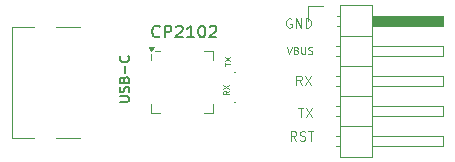
<source format=gbr>
%TF.GenerationSoftware,KiCad,Pcbnew,9.0.2-9.0.2-0~ubuntu22.04.1*%
%TF.CreationDate,2025-06-23T11:59:03+05:30*%
%TF.ProjectId,CP2102,43503231-3032-42e6-9b69-6361645f7063,rev?*%
%TF.SameCoordinates,Original*%
%TF.FileFunction,Legend,Top*%
%TF.FilePolarity,Positive*%
%FSLAX46Y46*%
G04 Gerber Fmt 4.6, Leading zero omitted, Abs format (unit mm)*
G04 Created by KiCad (PCBNEW 9.0.2-9.0.2-0~ubuntu22.04.1) date 2025-06-23 11:59:03*
%MOMM*%
%LPD*%
G01*
G04 APERTURE LIST*
%ADD10C,0.100000*%
%ADD11C,0.200000*%
%ADD12C,0.160000*%
%ADD13C,0.120000*%
G04 APERTURE END LIST*
D10*
X134650000Y-34100000D02*
X134650000Y-46650008D01*
D11*
X116641101Y-36621980D02*
X116593482Y-36669600D01*
X116593482Y-36669600D02*
X116450625Y-36717219D01*
X116450625Y-36717219D02*
X116355387Y-36717219D01*
X116355387Y-36717219D02*
X116212530Y-36669600D01*
X116212530Y-36669600D02*
X116117292Y-36574361D01*
X116117292Y-36574361D02*
X116069673Y-36479123D01*
X116069673Y-36479123D02*
X116022054Y-36288647D01*
X116022054Y-36288647D02*
X116022054Y-36145790D01*
X116022054Y-36145790D02*
X116069673Y-35955314D01*
X116069673Y-35955314D02*
X116117292Y-35860076D01*
X116117292Y-35860076D02*
X116212530Y-35764838D01*
X116212530Y-35764838D02*
X116355387Y-35717219D01*
X116355387Y-35717219D02*
X116450625Y-35717219D01*
X116450625Y-35717219D02*
X116593482Y-35764838D01*
X116593482Y-35764838D02*
X116641101Y-35812457D01*
X117069673Y-36717219D02*
X117069673Y-35717219D01*
X117069673Y-35717219D02*
X117450625Y-35717219D01*
X117450625Y-35717219D02*
X117545863Y-35764838D01*
X117545863Y-35764838D02*
X117593482Y-35812457D01*
X117593482Y-35812457D02*
X117641101Y-35907695D01*
X117641101Y-35907695D02*
X117641101Y-36050552D01*
X117641101Y-36050552D02*
X117593482Y-36145790D01*
X117593482Y-36145790D02*
X117545863Y-36193409D01*
X117545863Y-36193409D02*
X117450625Y-36241028D01*
X117450625Y-36241028D02*
X117069673Y-36241028D01*
X118022054Y-35812457D02*
X118069673Y-35764838D01*
X118069673Y-35764838D02*
X118164911Y-35717219D01*
X118164911Y-35717219D02*
X118403006Y-35717219D01*
X118403006Y-35717219D02*
X118498244Y-35764838D01*
X118498244Y-35764838D02*
X118545863Y-35812457D01*
X118545863Y-35812457D02*
X118593482Y-35907695D01*
X118593482Y-35907695D02*
X118593482Y-36002933D01*
X118593482Y-36002933D02*
X118545863Y-36145790D01*
X118545863Y-36145790D02*
X117974435Y-36717219D01*
X117974435Y-36717219D02*
X118593482Y-36717219D01*
X119545863Y-36717219D02*
X118974435Y-36717219D01*
X119260149Y-36717219D02*
X119260149Y-35717219D01*
X119260149Y-35717219D02*
X119164911Y-35860076D01*
X119164911Y-35860076D02*
X119069673Y-35955314D01*
X119069673Y-35955314D02*
X118974435Y-36002933D01*
X120164911Y-35717219D02*
X120260149Y-35717219D01*
X120260149Y-35717219D02*
X120355387Y-35764838D01*
X120355387Y-35764838D02*
X120403006Y-35812457D01*
X120403006Y-35812457D02*
X120450625Y-35907695D01*
X120450625Y-35907695D02*
X120498244Y-36098171D01*
X120498244Y-36098171D02*
X120498244Y-36336266D01*
X120498244Y-36336266D02*
X120450625Y-36526742D01*
X120450625Y-36526742D02*
X120403006Y-36621980D01*
X120403006Y-36621980D02*
X120355387Y-36669600D01*
X120355387Y-36669600D02*
X120260149Y-36717219D01*
X120260149Y-36717219D02*
X120164911Y-36717219D01*
X120164911Y-36717219D02*
X120069673Y-36669600D01*
X120069673Y-36669600D02*
X120022054Y-36621980D01*
X120022054Y-36621980D02*
X119974435Y-36526742D01*
X119974435Y-36526742D02*
X119926816Y-36336266D01*
X119926816Y-36336266D02*
X119926816Y-36098171D01*
X119926816Y-36098171D02*
X119974435Y-35907695D01*
X119974435Y-35907695D02*
X120022054Y-35812457D01*
X120022054Y-35812457D02*
X120069673Y-35764838D01*
X120069673Y-35764838D02*
X120164911Y-35717219D01*
X120879197Y-35812457D02*
X120926816Y-35764838D01*
X120926816Y-35764838D02*
X121022054Y-35717219D01*
X121022054Y-35717219D02*
X121260149Y-35717219D01*
X121260149Y-35717219D02*
X121355387Y-35764838D01*
X121355387Y-35764838D02*
X121403006Y-35812457D01*
X121403006Y-35812457D02*
X121450625Y-35907695D01*
X121450625Y-35907695D02*
X121450625Y-36002933D01*
X121450625Y-36002933D02*
X121403006Y-36145790D01*
X121403006Y-36145790D02*
X120831578Y-36717219D01*
X120831578Y-36717219D02*
X121450625Y-36717219D01*
D10*
X128213408Y-45446895D02*
X127946741Y-45065942D01*
X127756265Y-45446895D02*
X127756265Y-44646895D01*
X127756265Y-44646895D02*
X128061027Y-44646895D01*
X128061027Y-44646895D02*
X128137217Y-44684990D01*
X128137217Y-44684990D02*
X128175312Y-44723085D01*
X128175312Y-44723085D02*
X128213408Y-44799276D01*
X128213408Y-44799276D02*
X128213408Y-44913561D01*
X128213408Y-44913561D02*
X128175312Y-44989752D01*
X128175312Y-44989752D02*
X128137217Y-45027847D01*
X128137217Y-45027847D02*
X128061027Y-45065942D01*
X128061027Y-45065942D02*
X127756265Y-45065942D01*
X128518169Y-45408800D02*
X128632455Y-45446895D01*
X128632455Y-45446895D02*
X128822931Y-45446895D01*
X128822931Y-45446895D02*
X128899122Y-45408800D01*
X128899122Y-45408800D02*
X128937217Y-45370704D01*
X128937217Y-45370704D02*
X128975312Y-45294514D01*
X128975312Y-45294514D02*
X128975312Y-45218323D01*
X128975312Y-45218323D02*
X128937217Y-45142133D01*
X128937217Y-45142133D02*
X128899122Y-45104038D01*
X128899122Y-45104038D02*
X128822931Y-45065942D01*
X128822931Y-45065942D02*
X128670550Y-45027847D01*
X128670550Y-45027847D02*
X128594360Y-44989752D01*
X128594360Y-44989752D02*
X128556265Y-44951657D01*
X128556265Y-44951657D02*
X128518169Y-44875466D01*
X128518169Y-44875466D02*
X128518169Y-44799276D01*
X128518169Y-44799276D02*
X128556265Y-44723085D01*
X128556265Y-44723085D02*
X128594360Y-44684990D01*
X128594360Y-44684990D02*
X128670550Y-44646895D01*
X128670550Y-44646895D02*
X128861027Y-44646895D01*
X128861027Y-44646895D02*
X128975312Y-44684990D01*
X129203884Y-44646895D02*
X129661027Y-44646895D01*
X129432455Y-45446895D02*
X129432455Y-44646895D01*
X128341979Y-42696895D02*
X128799122Y-42696895D01*
X128570550Y-43496895D02*
X128570550Y-42696895D01*
X128989598Y-42696895D02*
X129522932Y-43496895D01*
X129522932Y-42696895D02*
X128989598Y-43496895D01*
X122133609Y-39136591D02*
X122133609Y-38850877D01*
X122633609Y-38993734D02*
X122133609Y-38993734D01*
X122133609Y-38731830D02*
X122633609Y-38398497D01*
X122133609Y-38398497D02*
X122633609Y-38731830D01*
X128663408Y-40746895D02*
X128396741Y-40365942D01*
X128206265Y-40746895D02*
X128206265Y-39946895D01*
X128206265Y-39946895D02*
X128511027Y-39946895D01*
X128511027Y-39946895D02*
X128587217Y-39984990D01*
X128587217Y-39984990D02*
X128625312Y-40023085D01*
X128625312Y-40023085D02*
X128663408Y-40099276D01*
X128663408Y-40099276D02*
X128663408Y-40213561D01*
X128663408Y-40213561D02*
X128625312Y-40289752D01*
X128625312Y-40289752D02*
X128587217Y-40327847D01*
X128587217Y-40327847D02*
X128511027Y-40365942D01*
X128511027Y-40365942D02*
X128206265Y-40365942D01*
X128930074Y-39946895D02*
X129463408Y-40746895D01*
X129463408Y-39946895D02*
X128930074Y-40746895D01*
D12*
X113243775Y-42154260D02*
X113891394Y-42154260D01*
X113891394Y-42154260D02*
X113967584Y-42116165D01*
X113967584Y-42116165D02*
X114005680Y-42078070D01*
X114005680Y-42078070D02*
X114043775Y-42001879D01*
X114043775Y-42001879D02*
X114043775Y-41849498D01*
X114043775Y-41849498D02*
X114005680Y-41773308D01*
X114005680Y-41773308D02*
X113967584Y-41735213D01*
X113967584Y-41735213D02*
X113891394Y-41697117D01*
X113891394Y-41697117D02*
X113243775Y-41697117D01*
X114005680Y-41354261D02*
X114043775Y-41239975D01*
X114043775Y-41239975D02*
X114043775Y-41049499D01*
X114043775Y-41049499D02*
X114005680Y-40973308D01*
X114005680Y-40973308D02*
X113967584Y-40935213D01*
X113967584Y-40935213D02*
X113891394Y-40897118D01*
X113891394Y-40897118D02*
X113815203Y-40897118D01*
X113815203Y-40897118D02*
X113739013Y-40935213D01*
X113739013Y-40935213D02*
X113700918Y-40973308D01*
X113700918Y-40973308D02*
X113662822Y-41049499D01*
X113662822Y-41049499D02*
X113624727Y-41201880D01*
X113624727Y-41201880D02*
X113586632Y-41278070D01*
X113586632Y-41278070D02*
X113548537Y-41316165D01*
X113548537Y-41316165D02*
X113472346Y-41354261D01*
X113472346Y-41354261D02*
X113396156Y-41354261D01*
X113396156Y-41354261D02*
X113319965Y-41316165D01*
X113319965Y-41316165D02*
X113281870Y-41278070D01*
X113281870Y-41278070D02*
X113243775Y-41201880D01*
X113243775Y-41201880D02*
X113243775Y-41011403D01*
X113243775Y-41011403D02*
X113281870Y-40897118D01*
X113624727Y-40287594D02*
X113662822Y-40173308D01*
X113662822Y-40173308D02*
X113700918Y-40135213D01*
X113700918Y-40135213D02*
X113777108Y-40097117D01*
X113777108Y-40097117D02*
X113891394Y-40097117D01*
X113891394Y-40097117D02*
X113967584Y-40135213D01*
X113967584Y-40135213D02*
X114005680Y-40173308D01*
X114005680Y-40173308D02*
X114043775Y-40249498D01*
X114043775Y-40249498D02*
X114043775Y-40554260D01*
X114043775Y-40554260D02*
X113243775Y-40554260D01*
X113243775Y-40554260D02*
X113243775Y-40287594D01*
X113243775Y-40287594D02*
X113281870Y-40211403D01*
X113281870Y-40211403D02*
X113319965Y-40173308D01*
X113319965Y-40173308D02*
X113396156Y-40135213D01*
X113396156Y-40135213D02*
X113472346Y-40135213D01*
X113472346Y-40135213D02*
X113548537Y-40173308D01*
X113548537Y-40173308D02*
X113586632Y-40211403D01*
X113586632Y-40211403D02*
X113624727Y-40287594D01*
X113624727Y-40287594D02*
X113624727Y-40554260D01*
X113739013Y-39754260D02*
X113739013Y-39144737D01*
X113967584Y-38306641D02*
X114005680Y-38344737D01*
X114005680Y-38344737D02*
X114043775Y-38459022D01*
X114043775Y-38459022D02*
X114043775Y-38535213D01*
X114043775Y-38535213D02*
X114005680Y-38649499D01*
X114005680Y-38649499D02*
X113929489Y-38725689D01*
X113929489Y-38725689D02*
X113853299Y-38763784D01*
X113853299Y-38763784D02*
X113700918Y-38801880D01*
X113700918Y-38801880D02*
X113586632Y-38801880D01*
X113586632Y-38801880D02*
X113434251Y-38763784D01*
X113434251Y-38763784D02*
X113358060Y-38725689D01*
X113358060Y-38725689D02*
X113281870Y-38649499D01*
X113281870Y-38649499D02*
X113243775Y-38535213D01*
X113243775Y-38535213D02*
X113243775Y-38459022D01*
X113243775Y-38459022D02*
X113281870Y-38344737D01*
X113281870Y-38344737D02*
X113319965Y-38306641D01*
D10*
X127422931Y-37521371D02*
X127622931Y-38121371D01*
X127622931Y-38121371D02*
X127822931Y-37521371D01*
X128222932Y-37807085D02*
X128308646Y-37835657D01*
X128308646Y-37835657D02*
X128337217Y-37864228D01*
X128337217Y-37864228D02*
X128365789Y-37921371D01*
X128365789Y-37921371D02*
X128365789Y-38007085D01*
X128365789Y-38007085D02*
X128337217Y-38064228D01*
X128337217Y-38064228D02*
X128308646Y-38092800D01*
X128308646Y-38092800D02*
X128251503Y-38121371D01*
X128251503Y-38121371D02*
X128022932Y-38121371D01*
X128022932Y-38121371D02*
X128022932Y-37521371D01*
X128022932Y-37521371D02*
X128222932Y-37521371D01*
X128222932Y-37521371D02*
X128280075Y-37549942D01*
X128280075Y-37549942D02*
X128308646Y-37578514D01*
X128308646Y-37578514D02*
X128337217Y-37635657D01*
X128337217Y-37635657D02*
X128337217Y-37692800D01*
X128337217Y-37692800D02*
X128308646Y-37749942D01*
X128308646Y-37749942D02*
X128280075Y-37778514D01*
X128280075Y-37778514D02*
X128222932Y-37807085D01*
X128222932Y-37807085D02*
X128022932Y-37807085D01*
X128622932Y-37521371D02*
X128622932Y-38007085D01*
X128622932Y-38007085D02*
X128651503Y-38064228D01*
X128651503Y-38064228D02*
X128680075Y-38092800D01*
X128680075Y-38092800D02*
X128737217Y-38121371D01*
X128737217Y-38121371D02*
X128851503Y-38121371D01*
X128851503Y-38121371D02*
X128908646Y-38092800D01*
X128908646Y-38092800D02*
X128937217Y-38064228D01*
X128937217Y-38064228D02*
X128965789Y-38007085D01*
X128965789Y-38007085D02*
X128965789Y-37521371D01*
X129222931Y-38092800D02*
X129308646Y-38121371D01*
X129308646Y-38121371D02*
X129451503Y-38121371D01*
X129451503Y-38121371D02*
X129508646Y-38092800D01*
X129508646Y-38092800D02*
X129537217Y-38064228D01*
X129537217Y-38064228D02*
X129565788Y-38007085D01*
X129565788Y-38007085D02*
X129565788Y-37949942D01*
X129565788Y-37949942D02*
X129537217Y-37892800D01*
X129537217Y-37892800D02*
X129508646Y-37864228D01*
X129508646Y-37864228D02*
X129451503Y-37835657D01*
X129451503Y-37835657D02*
X129337217Y-37807085D01*
X129337217Y-37807085D02*
X129280074Y-37778514D01*
X129280074Y-37778514D02*
X129251503Y-37749942D01*
X129251503Y-37749942D02*
X129222931Y-37692800D01*
X129222931Y-37692800D02*
X129222931Y-37635657D01*
X129222931Y-37635657D02*
X129251503Y-37578514D01*
X129251503Y-37578514D02*
X129280074Y-37549942D01*
X129280074Y-37549942D02*
X129337217Y-37521371D01*
X129337217Y-37521371D02*
X129480074Y-37521371D01*
X129480074Y-37521371D02*
X129565788Y-37549942D01*
X127775312Y-35134990D02*
X127699122Y-35096895D01*
X127699122Y-35096895D02*
X127584836Y-35096895D01*
X127584836Y-35096895D02*
X127470550Y-35134990D01*
X127470550Y-35134990D02*
X127394360Y-35211180D01*
X127394360Y-35211180D02*
X127356265Y-35287371D01*
X127356265Y-35287371D02*
X127318169Y-35439752D01*
X127318169Y-35439752D02*
X127318169Y-35554038D01*
X127318169Y-35554038D02*
X127356265Y-35706419D01*
X127356265Y-35706419D02*
X127394360Y-35782609D01*
X127394360Y-35782609D02*
X127470550Y-35858800D01*
X127470550Y-35858800D02*
X127584836Y-35896895D01*
X127584836Y-35896895D02*
X127661027Y-35896895D01*
X127661027Y-35896895D02*
X127775312Y-35858800D01*
X127775312Y-35858800D02*
X127813408Y-35820704D01*
X127813408Y-35820704D02*
X127813408Y-35554038D01*
X127813408Y-35554038D02*
X127661027Y-35554038D01*
X128156265Y-35896895D02*
X128156265Y-35096895D01*
X128156265Y-35096895D02*
X128613408Y-35896895D01*
X128613408Y-35896895D02*
X128613408Y-35096895D01*
X128994360Y-35896895D02*
X128994360Y-35096895D01*
X128994360Y-35096895D02*
X129184836Y-35096895D01*
X129184836Y-35096895D02*
X129299122Y-35134990D01*
X129299122Y-35134990D02*
X129375312Y-35211180D01*
X129375312Y-35211180D02*
X129413407Y-35287371D01*
X129413407Y-35287371D02*
X129451503Y-35439752D01*
X129451503Y-35439752D02*
X129451503Y-35554038D01*
X129451503Y-35554038D02*
X129413407Y-35706419D01*
X129413407Y-35706419D02*
X129375312Y-35782609D01*
X129375312Y-35782609D02*
X129299122Y-35858800D01*
X129299122Y-35858800D02*
X129184836Y-35896895D01*
X129184836Y-35896895D02*
X128994360Y-35896895D01*
X122533609Y-41229449D02*
X122295514Y-41396115D01*
X122533609Y-41515163D02*
X122033609Y-41515163D01*
X122033609Y-41515163D02*
X122033609Y-41324687D01*
X122033609Y-41324687D02*
X122057419Y-41277068D01*
X122057419Y-41277068D02*
X122081228Y-41253258D01*
X122081228Y-41253258D02*
X122128847Y-41229449D01*
X122128847Y-41229449D02*
X122200276Y-41229449D01*
X122200276Y-41229449D02*
X122247895Y-41253258D01*
X122247895Y-41253258D02*
X122271704Y-41277068D01*
X122271704Y-41277068D02*
X122295514Y-41324687D01*
X122295514Y-41324687D02*
X122295514Y-41515163D01*
X122033609Y-41062782D02*
X122533609Y-40729449D01*
X122033609Y-40729449D02*
X122533609Y-41062782D01*
D13*
%TO.C,J2*%
X129230000Y-34070000D02*
X130500000Y-34070000D01*
X129230000Y-35340000D02*
X129230000Y-34070000D01*
X131577358Y-37450000D02*
X131890000Y-37450000D01*
X131577358Y-38310000D02*
X131890000Y-38310000D01*
X131577358Y-39990000D02*
X131890000Y-39990000D01*
X131577358Y-40850000D02*
X131890000Y-40850000D01*
X131577358Y-42530000D02*
X131890000Y-42530000D01*
X131577358Y-43390000D02*
X131890000Y-43390000D01*
X131577358Y-45070000D02*
X131890000Y-45070000D01*
X131577358Y-45930000D02*
X131890000Y-45930000D01*
X131660000Y-34910000D02*
X131890000Y-34910000D01*
X131660000Y-35770000D02*
X131890000Y-35770000D01*
X131890000Y-33960000D02*
X131890000Y-46880000D01*
X131890000Y-36610000D02*
X134650000Y-36610000D01*
X131890000Y-39150000D02*
X134650000Y-39150000D01*
X131890000Y-41690000D02*
X134650000Y-41690000D01*
X131890000Y-44230000D02*
X134650000Y-44230000D01*
X131890000Y-46880000D02*
X134650000Y-46880000D01*
X134650000Y-33960000D02*
X131890000Y-33960000D01*
X134650000Y-37450000D02*
X140650000Y-37450000D01*
X134650000Y-39990000D02*
X140650000Y-39990000D01*
X134650000Y-42530000D02*
X140650000Y-42530000D01*
X134650000Y-45070000D02*
X140650000Y-45070000D01*
X134650000Y-46880000D02*
X134650000Y-33960000D01*
X140650000Y-37450000D02*
X140650000Y-38310000D01*
X140650000Y-38310000D02*
X134650000Y-38310000D01*
X140650000Y-39990000D02*
X140650000Y-40850000D01*
X140650000Y-40850000D02*
X134650000Y-40850000D01*
X140650000Y-42530000D02*
X140650000Y-43390000D01*
X140650000Y-43390000D02*
X134650000Y-43390000D01*
X140650000Y-45070000D02*
X140650000Y-45930000D01*
X140650000Y-45930000D02*
X134650000Y-45930000D01*
X134650000Y-34910000D02*
X140650000Y-34910000D01*
X140650000Y-35770000D01*
X134650000Y-35770000D01*
X134650000Y-34910000D01*
G36*
X134650000Y-34910000D02*
G01*
X140650000Y-34910000D01*
X140650000Y-35770000D01*
X134650000Y-35770000D01*
X134650000Y-34910000D01*
G37*
%TO.C,J1*%
X104100000Y-35800000D02*
X104100000Y-45200000D01*
X106000000Y-35800000D02*
X104100000Y-35800000D01*
X106000000Y-45200000D02*
X104100000Y-45200000D01*
X109900000Y-35800000D02*
X107900000Y-35800000D01*
X109900000Y-45200000D02*
X107900000Y-45200000D01*
D10*
%TO.C,D4*%
X123050000Y-39705000D02*
G75*
G02*
X122950000Y-39705000I-50000J0D01*
G01*
X122950000Y-39705000D02*
G75*
G02*
X123050000Y-39705000I50000J0D01*
G01*
D13*
%TO.C,U1*%
X115940000Y-38615000D02*
X115940000Y-38130000D01*
X115940000Y-43110000D02*
X115940000Y-42385000D01*
X116665000Y-37890000D02*
X116240000Y-37890000D01*
X116665000Y-43110000D02*
X115940000Y-43110000D01*
X120435000Y-37890000D02*
X121160000Y-37890000D01*
X120435000Y-43110000D02*
X121160000Y-43110000D01*
X121160000Y-37890000D02*
X121160000Y-38615000D01*
X121160000Y-43110000D02*
X121160000Y-42385000D01*
X115940000Y-37890000D02*
X115700000Y-37560000D01*
X116180000Y-37560000D01*
X115940000Y-37890000D01*
G36*
X115940000Y-37890000D02*
G01*
X115700000Y-37560000D01*
X116180000Y-37560000D01*
X115940000Y-37890000D01*
G37*
D10*
%TO.C,D5*%
X123050000Y-42205000D02*
G75*
G02*
X122950000Y-42205000I-50000J0D01*
G01*
X122950000Y-42205000D02*
G75*
G02*
X123050000Y-42205000I50000J0D01*
G01*
%TD*%
M02*

</source>
